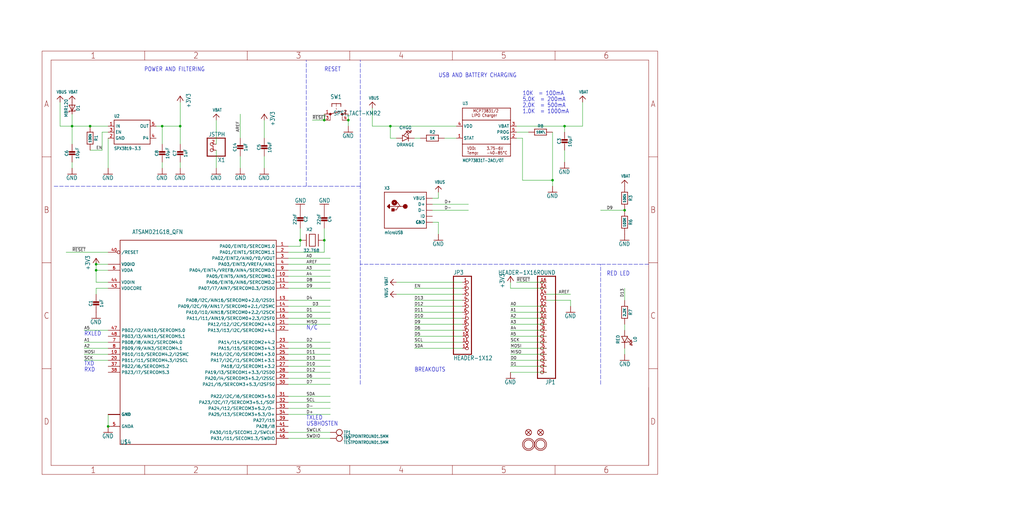
<source format=kicad_sch>
(kicad_sch (version 20211123) (generator eeschema)
  (paper "User" 433.07 220.421)
  (lib_symbols
    (symbol "Adafruit Feather M0 Basic rev C-eagle-import:+3V3" (power)
      (property "Value" "+3V3" (at -2.54 -5.08 90))
      (symbol "+3V3_1_0"
        (pin power_in line (at 0 -2.54 90) (length 2.54) (name "+3V3") (number "1"))
      )
    )
    (symbol "Adafruit Feather M0 Basic rev C-eagle-import:ATSAMD21J_QFN"
      (property "Value" "ATSAMD21J_QFN" (at -15.24 40.64 0))
      (symbol "ATSAMD21J_QFN_1_0"
        (pin bidirectional line (at 50.8 35.56 180) (length 5.08) (name "PA00/EINT0/SERCOM1.0") (number "1"))
        (pin bidirectional line (at 50.8 22.86 180) (length 5.08) (name "PA05/EINT5/AIN5/SERCOM0.1") (number "10"))
        (pin bidirectional line (at 50.8 20.32 180) (length 5.08) (name "PA06/EINT6/AIN6/SERCOM0.2") (number "11"))
        (pin bidirectional line (at 50.8 17.78 180) (length 5.08) (name "PA07/I7/AIN7/SERCOM0.3/I2SD0") (number "12"))
        (pin bidirectional line (at 50.8 12.7 180) (length 5.08) (name "PA08/I2C/AIN16/SERCOM0+2.0/I2SD1") (number "13"))
        (pin bidirectional line (at 50.8 10.16 180) (length 5.08) (name "PA09/I2C/I9/AIN17/SERCOM0+2.1/I2SMC") (number "14"))
        (pin bidirectional line (at 50.8 7.62 180) (length 5.08) (name "PA10/I10/AIN18/SERCOM0+2.2/I2SCK") (number "15"))
        (pin bidirectional line (at 50.8 5.08 180) (length 5.08) (name "PA11/I11/AIN19/SERCOM0+2.3/I2SF0") (number "16"))
        (pin power_in line (at -25.4 27.94 0) (length 5.08) (name "VDDIO") (number "17"))
        (pin power_in line (at -25.4 -35.56 0) (length 5.08) (name "GND") (number "18"))
        (pin bidirectional line (at -25.4 -10.16 0) (length 5.08) (name "PB10/I10/SERCOM4.2/I2SMC") (number "19"))
        (pin bidirectional line (at 50.8 33.02 180) (length 5.08) (name "PA01/EINT1/SERCOM1.1") (number "2"))
        (pin bidirectional line (at -25.4 -12.7 0) (length 5.08) (name "PB11/I11/SERCOM4.3/I2SCL") (number "20"))
        (pin bidirectional line (at 50.8 2.54 180) (length 5.08) (name "PA12/I12/I2C/SERCOM2+4.0") (number "21"))
        (pin bidirectional line (at 50.8 0 180) (length 5.08) (name "PA13/I13/I2C/SERCOM2+4.1") (number "22"))
        (pin bidirectional line (at 50.8 -5.08 180) (length 5.08) (name "PA14/I14/SERCOM2+4.2") (number "23"))
        (pin bidirectional line (at 50.8 -7.62 180) (length 5.08) (name "PA15/I15/SERCOM3+4.3") (number "24"))
        (pin bidirectional line (at 50.8 -10.16 180) (length 5.08) (name "PA16/I2C/I0/SERCOM1+3.0") (number "25"))
        (pin bidirectional line (at 50.8 -12.7 180) (length 5.08) (name "PA17/I2C/I1/SERCOM1+3.1") (number "26"))
        (pin bidirectional line (at 50.8 -15.24 180) (length 5.08) (name "PA18/I2/SERCOM1+3.2") (number "27"))
        (pin bidirectional line (at 50.8 -17.78 180) (length 5.08) (name "PA19/I3/SERCOM1+3.3/I2SD0") (number "28"))
        (pin bidirectional line (at 50.8 -20.32 180) (length 5.08) (name "PA20/I4/SERCOM3+5.2/I2SSC") (number "29"))
        (pin bidirectional line (at 50.8 30.48 180) (length 5.08) (name "PA02/EINT2/AIN0/Y0/VOUT") (number "3"))
        (pin bidirectional line (at 50.8 -22.86 180) (length 5.08) (name "PA21/I5/SERCOM3+5.3/I2SFS0") (number "30"))
        (pin bidirectional line (at 50.8 -27.94 180) (length 5.08) (name "PA22/I2C/I6/SERCOM3+5.0") (number "31"))
        (pin bidirectional line (at 50.8 -30.48 180) (length 5.08) (name "PA23/I2C/I7/SERCOM3+5.1/SOF") (number "32"))
        (pin bidirectional line (at 50.8 -33.02 180) (length 5.08) (name "PA24/I12/SERCOM3+5.2/D-") (number "33"))
        (pin bidirectional line (at 50.8 -35.56 180) (length 5.08) (name "PA25/I13/SERCOM3+5.3/D+") (number "34"))
        (pin power_in line (at -25.4 -35.56 0) (length 5.08) (name "GND") (number "35"))
        (pin power_in line (at -25.4 27.94 0) (length 5.08) (name "VDDIO") (number "36"))
        (pin bidirectional line (at -25.4 -15.24 0) (length 5.08) (name "PB22/I6/SERCOM5.2") (number "37"))
        (pin bidirectional line (at -25.4 -17.78 0) (length 5.08) (name "PB23/I7/SERCOM5.3") (number "38"))
        (pin bidirectional line (at 50.8 -38.1 180) (length 5.08) (name "PA27/I15") (number "39"))
        (pin bidirectional line (at 50.8 27.94 180) (length 5.08) (name "PA03/EINT3/VREFA/AIN1") (number "4"))
        (pin bidirectional inverted (at -25.4 33.02 0) (length 5.08) (name "/RESET") (number "40"))
        (pin bidirectional line (at 50.8 -40.64 180) (length 5.08) (name "PA28/I8") (number "41"))
        (pin power_in line (at -25.4 -35.56 0) (length 5.08) (name "GND") (number "42"))
        (pin power_in line (at -25.4 17.78 0) (length 5.08) (name "VDDCORE") (number "43"))
        (pin power_in line (at -25.4 20.32 0) (length 5.08) (name "VDDIN") (number "44"))
        (pin bidirectional line (at 50.8 -43.18 180) (length 5.08) (name "PA30/I10/SECOM1.2/SWCLK") (number "45"))
        (pin bidirectional line (at 50.8 -45.72 180) (length 5.08) (name "PA31/I11/SECOM1.3/SWDIO") (number "46"))
        (pin bidirectional line (at -25.4 0 0) (length 5.08) (name "PB02/I2/AIN10/SERCOM5.0") (number "47"))
        (pin bidirectional line (at -25.4 -2.54 0) (length 5.08) (name "PB03/I3/AIN11/SERCOM5.1") (number "48"))
        (pin power_in line (at -25.4 -40.64 0) (length 5.08) (name "GNDA") (number "5"))
        (pin power_in line (at -25.4 25.4 0) (length 5.08) (name "VDDA") (number "6"))
        (pin bidirectional line (at -25.4 -5.08 0) (length 5.08) (name "PB08/I8/AIN2/SERCOM4.0") (number "7"))
        (pin bidirectional line (at -25.4 -7.62 0) (length 5.08) (name "PB09/I9/AIN3/SERCOM4.1") (number "8"))
        (pin bidirectional line (at 50.8 25.4 180) (length 5.08) (name "PA04/EINT4/VREFB/AIN4/SERCOM0.0") (number "9"))
        (pin power_in line (at -25.4 -35.56 0) (length 5.08) (name "GND") (number "THERMAL"))
      )
    )
    (symbol "Adafruit Feather M0 Basic rev C-eagle-import:CAP_CERAMIC0603_NO"
      (property "Reference" "C" (at -2.29 1.25 90))
      (property "Value" "CAP_CERAMIC0603_NO" (at 2.3 1.25 90))
      (symbol "CAP_CERAMIC0603_NO_1_0"
        (pin passive line (at 0 5.08 270) (length 2.54) (name "1") (number "1"))
        (pin passive line (at 0 -2.54 90) (length 2.54) (name "2") (number "2"))
      )
    )
    (symbol "Adafruit Feather M0 Basic rev C-eagle-import:CAP_CERAMIC0805-NOOUTLINE"
      (property "Reference" "C" (at -2.29 1.25 90))
      (property "Value" "CAP_CERAMIC0805-NOOUTLINE" (at 2.3 1.25 90))
      (symbol "CAP_CERAMIC0805-NOOUTLINE_1_0"
        (pin passive line (at 0 5.08 270) (length 2.54) (name "1") (number "1"))
        (pin passive line (at 0 -2.54 90) (length 2.54) (name "2") (number "2"))
      )
    )
    (symbol "Adafruit Feather M0 Basic rev C-eagle-import:CON_JST_PH_2PIN"
      (property "Reference" "X" (at -6.35 5.715 0))
      (property "Value" "CON_JST_PH_2PIN" (at -6.35 -5.08 0))
      (symbol "CON_JST_PH_2PIN_1_0"
        (pin passive inverted (at -2.54 2.54 0) (length 2.54) (name "1") (number "1"))
        (pin passive inverted (at -2.54 0 0) (length 2.54) (name "2") (number "2"))
      )
    )
    (symbol "Adafruit Feather M0 Basic rev C-eagle-import:DIODE-SCHOTTKYSOD-123"
      (property "Reference" "D" (at 0 2.54 0))
      (property "Value" "DIODE-SCHOTTKYSOD-123" (at 0 -2.5 0))
      (symbol "DIODE-SCHOTTKYSOD-123_1_0"
        (pin passive line (at -2.54 0 0) (length 2.54) (name "A") (number "A"))
        (pin passive line (at 2.54 0 180) (length 2.54) (name "C") (number "C"))
      )
    )
    (symbol "Adafruit Feather M0 Basic rev C-eagle-import:FIDUCIAL{dblquote}{dblquote}")
    (symbol "Adafruit Feather M0 Basic rev C-eagle-import:FRAME_A4"
      (symbol "FRAME_A4_0_0"
        (text "1" (at 21.6958 1.905 0) (effects (font (size 2.54 2.286))))
        (text "1" (at 21.6958 177.165 0) (effects (font (size 2.54 2.286))))
        (text "2" (at 65.0875 1.905 0) (effects (font (size 2.54 2.286))))
        (text "2" (at 65.0875 177.165 0) (effects (font (size 2.54 2.286))))
        (text "3" (at 108.4792 1.905 0) (effects (font (size 2.54 2.286))))
        (text "3" (at 108.4792 177.165 0) (effects (font (size 2.54 2.286))))
        (text "4" (at 151.8708 1.905 0) (effects (font (size 2.54 2.286))))
        (text "4" (at 151.8708 177.165 0) (effects (font (size 2.54 2.286))))
        (text "5" (at 195.2625 1.905 0) (effects (font (size 2.54 2.286))))
        (text "5" (at 195.2625 177.165 0) (effects (font (size 2.54 2.286))))
        (text "6" (at 238.6542 1.905 0) (effects (font (size 2.54 2.286))))
        (text "6" (at 238.6542 177.165 0) (effects (font (size 2.54 2.286))))
        (text "A" (at 1.905 156.6863 0) (effects (font (size 2.54 2.286))))
        (text "A" (at 258.445 156.6863 0) (effects (font (size 2.54 2.286))))
        (text "B" (at 1.905 111.9188 0) (effects (font (size 2.54 2.286))))
        (text "B" (at 258.445 111.9188 0) (effects (font (size 2.54 2.286))))
        (text "C" (at 1.905 67.1513 0) (effects (font (size 2.54 2.286))))
        (text "C" (at 258.445 67.1513 0) (effects (font (size 2.54 2.286))))
        (text "D" (at 1.905 22.3838 0) (effects (font (size 2.54 2.286))))
        (text "D" (at 258.445 22.3838 0) (effects (font (size 2.54 2.286))))
      )
      (symbol "FRAME_A4_2_0"
        (text "2015" (at 112.4077 30.4673 0) (effects (font (size 1.778 1.5113)) (justify left bottom)))
        (text ">CHECKED" (at 2.2352 11.7348 0) (effects (font (size 1.778 1.5113)) (justify left bottom)))
        (text ">COMPANY" (at 23.349 29.6735 0) (effects (font (size 3.175 2.6987) (thickness 0.5397) bold) (justify left bottom)))
        (text ">DATE" (at 2.2352 2.8448 0) (effects (font (size 1.778 1.5113)) (justify left bottom)))
        (text ">DRAWING_NAME" (at 33.0327 2.8448 0) (effects (font (size 2.54 2.159)) (justify left bottom)))
        (text ">DRAWN" (at 2.2352 20.6248 0) (effects (font (size 1.778 1.5113)) (justify left bottom)))
        (text ">DRGNO" (at 91.1352 9.1948 0) (effects (font (size 2.1844 1.8567)) (justify left bottom)))
        (text ">LAST_DATE_TIME" (at 32.7152 9.1948 0) (effects (font (size 2.54 2.159)) (justify left bottom)))
        (text ">REV" (at 113.9952 18.7198 0) (effects (font (size 3.81 3.2385)) (justify left bottom)))
        (text ">SHEET" (at 108.9152 2.8448 0) (effects (font (size 2.54 2.54)) (justify left bottom)))
        (text "C" (at 108.7564 30.7848 0) (effects (font (size 1.27 1.0795)) (justify left bottom)))
        (text "CHECKED" (at 0.9652 16.1798 0) (effects (font (size 1.778 1.5113)) (justify left bottom)))
        (text "DATE" (at 0.9652 7.2898 0) (effects (font (size 1.778 1.5113)) (justify left bottom)))
        (text "DATE" (at 21.2852 13.0048 0) (effects (font (size 2.54 2.54)) (justify left bottom)))
        (text "DRAWN" (at 0.9652 25.0698 0) (effects (font (size 1.778 1.5113)) (justify left bottom)))
        (text "DRG" (at 89.8652 13.0048 0) (effects (font (size 2.54 2.54)) (justify left bottom)))
        (text "FILE:" (at 21.2852 2.8448 0) (effects (font (size 2.54 2.54)) (justify left bottom)))
        (text "ISSUE" (at 5.0927 30.4673 0) (effects (font (size 1.9304 1.6408)) (justify left bottom)))
        (text "N" (at 98.4377 13.0048 0) (effects (font (size 2.54 2.54)) (justify left bottom)))
        (text "o" (at 100.9777 13.9573 0) (effects (font (size 2.1844 1.8567)) (justify left bottom)))
        (text "PAGE:" (at 96.8502 2.8448 0) (effects (font (size 2.54 2.54)) (justify left bottom)))
        (text "REV" (at 112.4077 24.4348 0) (effects (font (size 2.54 2.54)) (justify left bottom)))
        (text "TITLE" (at 21.2852 24.4348 0) (effects (font (size 2.54 2.54)) (justify left bottom)))
      )
    )
    (symbol "Adafruit Feather M0 Basic rev C-eagle-import:GND" (power)
      (property "Value" "GND" (at -2.54 -2.54 0))
      (symbol "GND_1_0"
        (pin power_in line (at 0 2.54 270) (length 2.54) (name "GND") (number "1"))
      )
    )
    (symbol "Adafruit Feather M0 Basic rev C-eagle-import:HEADER-1X12"
      (property "Reference" "JP" (at -6.35 18.415 0))
      (property "Value" "HEADER-1X12" (at -6.35 -17.78 0))
      (symbol "HEADER-1X12_1_0"
        (pin passive inverted (at -2.54 15.24 0) (length 2.54) (name "1") (number "1"))
        (pin passive inverted (at -2.54 -7.62 0) (length 2.54) (name "10") (number "10"))
        (pin passive inverted (at -2.54 -10.16 0) (length 2.54) (name "11") (number "11"))
        (pin passive inverted (at -2.54 -12.7 0) (length 2.54) (name "12") (number "12"))
        (pin passive inverted (at -2.54 12.7 0) (length 2.54) (name "2") (number "2"))
        (pin passive inverted (at -2.54 10.16 0) (length 2.54) (name "3") (number "3"))
        (pin passive inverted (at -2.54 7.62 0) (length 2.54) (name "4") (number "4"))
        (pin passive inverted (at -2.54 5.08 0) (length 2.54) (name "5") (number "5"))
        (pin passive inverted (at -2.54 2.54 0) (length 2.54) (name "6") (number "6"))
        (pin passive inverted (at -2.54 0 0) (length 2.54) (name "7") (number "7"))
        (pin passive inverted (at -2.54 -2.54 0) (length 2.54) (name "8") (number "8"))
        (pin passive inverted (at -2.54 -5.08 0) (length 2.54) (name "9") (number "9"))
      )
    )
    (symbol "Adafruit Feather M0 Basic rev C-eagle-import:HEADER-1X16ROUND"
      (property "Reference" "JP" (at -6.35 20.955 0))
      (property "Value" "HEADER-1X16ROUND" (at -6.35 -25.4 0))
      (symbol "HEADER-1X16ROUND_1_0"
        (pin passive inverted (at -2.54 17.78 0) (length 2.54) (name "1") (number "1"))
        (pin passive inverted (at -2.54 -5.08 0) (length 2.54) (name "10") (number "10"))
        (pin passive inverted (at -2.54 -7.62 0) (length 2.54) (name "11") (number "11"))
        (pin passive inverted (at -2.54 -10.16 0) (length 2.54) (name "12") (number "12"))
        (pin passive inverted (at -2.54 -12.7 0) (length 2.54) (name "13") (number "13"))
        (pin passive inverted (at -2.54 -15.24 0) (length 2.54) (name "14") (number "14"))
        (pin passive inverted (at -2.54 -17.78 0) (length 2.54) (name "15") (number "15"))
        (pin passive inverted (at -2.54 -20.32 0) (length 2.54) (name "16") (number "16"))
        (pin passive inverted (at -2.54 15.24 0) (length 2.54) (name "2") (number "2"))
        (pin passive inverted (at -2.54 12.7 0) (length 2.54) (name "3") (number "3"))
        (pin passive inverted (at -2.54 10.16 0) (length 2.54) (name "4") (number "4"))
        (pin passive inverted (at -2.54 7.62 0) (length 2.54) (name "5") (number "5"))
        (pin passive inverted (at -2.54 5.08 0) (length 2.54) (name "6") (number "6"))
        (pin passive inverted (at -2.54 2.54 0) (length 2.54) (name "7") (number "7"))
        (pin passive inverted (at -2.54 0 0) (length 2.54) (name "8") (number "8"))
        (pin passive inverted (at -2.54 -2.54 0) (length 2.54) (name "9") (number "9"))
      )
    )
    (symbol "Adafruit Feather M0 Basic rev C-eagle-import:LED0805_NOOUTLINE"
      (property "Reference" "D" (at -1.27 4.445 0))
      (property "Value" "LED0805_NOOUTLINE" (at -1.27 -2.794 0))
      (symbol "LED0805_NOOUTLINE_1_0"
        (pin passive line (at -5.08 0 0) (length 2.54) (name "A") (number "A"))
        (pin passive line (at 2.54 0 180) (length 2.54) (name "C") (number "C"))
      )
    )
    (symbol "Adafruit Feather M0 Basic rev C-eagle-import:MCP73831{slash}2"
      (property "Reference" "U" (at -10.16 11.43 0))
      (property "Value" "MCP73831{slash}2" (at -10.16 -12.7 0))
      (symbol "MCP73831{slash}2_1_0"
        (text "-40-85°C" (at 0 -9.525 0) (effects (font (size 1.27 1.0795)) (justify left bottom)))
        (text "3.75-6V" (at 0 -7.62 0) (effects (font (size 1.27 1.0795)) (justify left bottom)))
        (text "LIPO Charger" (at -6.35 6.35 0) (effects (font (size 1.27 1.0795)) (justify left bottom)))
        (text "MCP73831/2" (at -5.715 8.255 0) (effects (font (size 1.27 1.0795)) (justify left bottom)))
        (text "Temp:" (at -8.255 -9.525 0) (effects (font (size 1.27 1.0795)) (justify left bottom)))
        (text "VDD:" (at -8.255 -7.62 0) (effects (font (size 1.27 1.0795)) (justify left bottom)))
        (pin output line (at -12.7 -2.54 0) (length 2.54) (name "STAT") (number "1"))
        (pin power_in line (at 12.7 -2.54 180) (length 2.54) (name "VSS") (number "2"))
        (pin power_in line (at 12.7 2.54 180) (length 2.54) (name "VBAT") (number "3"))
        (pin power_in line (at -12.7 2.54 0) (length 2.54) (name "VDD") (number "4"))
        (pin input line (at 12.7 0 180) (length 2.54) (name "PROG") (number "5"))
      )
    )
    (symbol "Adafruit Feather M0 Basic rev C-eagle-import:MOUNTINGHOLE2.5")
    (symbol "Adafruit Feather M0 Basic rev C-eagle-import:RESISTOR_0603_NOOUT"
      (property "Reference" "R" (at 0 2.54 0))
      (property "Value" "RESISTOR_0603_NOOUT" (at 0 0 0))
      (symbol "RESISTOR_0603_NOOUT_1_0"
        (pin passive line (at -5.08 0 0) (length 2.54) (name "1") (number "1"))
        (pin passive line (at 5.08 0 180) (length 2.54) (name "2") (number "2"))
      )
    )
    (symbol "Adafruit Feather M0 Basic rev C-eagle-import:SPST_TACT-KMR2"
      (property "Reference" "SW" (at -6.35 -2.54 90))
      (property "Value" "SPST_TACT-KMR2" (at -3.81 3.175 90))
      (symbol "SPST_TACT-KMR2_1_0"
        (pin passive line (at 0 -5.08 90) (length 2.54) (name "P") (number "1"))
        (pin passive line (at 0 5.08 270) (length 2.54) (name "S") (number "2"))
        (pin passive line (at 2.54 -5.08 90) (length 2.54) (name "P1") (number "3"))
        (pin passive line (at 2.54 5.08 270) (length 2.54) (name "S1") (number "4"))
      )
    )
    (symbol "Adafruit Feather M0 Basic rev C-eagle-import:TESTPOINTROUND1.5MM"
      (property "Reference" "TP" (at 0 5.588 90))
      (property "Value" "TESTPOINTROUND1.5MM" (at 1.651 5.588 90))
      (symbol "TESTPOINTROUND1.5MM_1_0"
        (pin bidirectional line (at 0 0 90) (length 2.54) (name "P$1") (number "P$1"))
      )
    )
    (symbol "Adafruit Feather M0 Basic rev C-eagle-import:USB_MICRO_20329_V2"
      (property "Reference" "X" (at -10.16 8.636 0))
      (property "Value" "USB_MICRO_20329_V2" (at -10.16 -10.16 0))
      (symbol "USB_MICRO_20329_V2_1_0"
        (pin power_in line (at 10.16 -5.08 180) (length 2.54) (name "GND") (number "BASE@1"))
        (pin power_in line (at 10.16 -5.08 180) (length 2.54) (name "GND") (number "BASE@2"))
        (pin bidirectional line (at 10.16 2.54 180) (length 2.54) (name "D+") (number "D+"))
        (pin bidirectional line (at 10.16 0 180) (length 2.54) (name "D-") (number "D-"))
        (pin power_in line (at 10.16 -5.08 180) (length 2.54) (name "GND") (number "GND"))
        (pin bidirectional line (at 10.16 -2.54 180) (length 2.54) (name "ID") (number "ID"))
        (pin power_in line (at 10.16 -5.08 180) (length 2.54) (name "GND") (number "SPRT@1"))
        (pin power_in line (at 10.16 -5.08 180) (length 2.54) (name "GND") (number "SPRT@2"))
        (pin power_in line (at 10.16 -5.08 180) (length 2.54) (name "GND") (number "SPRT@3"))
        (pin power_in line (at 10.16 -5.08 180) (length 2.54) (name "GND") (number "SPRT@4"))
        (pin power_in line (at 10.16 5.08 180) (length 2.54) (name "VBUS") (number "VBUS"))
      )
    )
    (symbol "Adafruit Feather M0 Basic rev C-eagle-import:VBAT" (power)
      (property "Value" "VBAT" (at -1.524 1.016 0))
      (symbol "VBAT_1_0"
        (pin power_in line (at 0 -2.54 90) (length 2.54) (name "VBAT") (number "1"))
      )
    )
    (symbol "Adafruit Feather M0 Basic rev C-eagle-import:VBUS" (power)
      (property "Value" "VBUS" (at -1.524 1.016 0))
      (symbol "VBUS_1_0"
        (pin power_in line (at 0 -2.54 90) (length 2.54) (name "VBUS") (number "1"))
      )
    )
    (symbol "Adafruit Feather M0 Basic rev C-eagle-import:VREG_SOT23-5"
      (property "Reference" "U" (at -7.62 6.096 0))
      (property "Value" "VREG_SOT23-5" (at -7.62 -7.62 0))
      (symbol "VREG_SOT23-5_1_0"
        (pin power_in line (at -10.16 2.54 0) (length 2.54) (name "IN") (number "1"))
        (pin power_in line (at -10.16 -2.54 0) (length 2.54) (name "GND") (number "2"))
        (pin input line (at -10.16 0 0) (length 2.54) (name "EN") (number "3"))
        (pin bidirectional line (at 10.16 -2.54 180) (length 2.54) (name "P4") (number "4"))
        (pin power_in line (at 10.16 2.54 180) (length 2.54) (name "OUT") (number "5"))
      )
    )
    (symbol "Adafruit Feather M0 Basic rev C-eagle-import:XTAL-3.2X1.5"
      (property "Reference" "X" (at -2.54 3.81 0))
      (property "Value" "XTAL-3.2X1.5" (at -3.81 -5.08 0))
      (symbol "XTAL-3.2X1.5_1_0"
        (pin bidirectional line (at -5.08 0 0) (length 2.54) (name "P$1") (number "P$1"))
        (pin bidirectional line (at 5.08 0 180) (length 2.54) (name "P$2") (number "P$2"))
      )
    )
  )
  (junction (at 264.16 88.9))
  (junction (at 40.64 111.76))
  (junction (at 238.76 53.34))
  (junction (at 40.64 114.3))
  (junction (at 30.48 53.34))
  (junction (at 76.2 53.34))
  (junction (at 137.16 50.8))
  (junction (at 38.1 53.34))
  (junction (at 147.32 50.8))
  (junction (at 68.58 53.34))
  (junction (at 127 101.6))
  (junction (at 165.1 53.34))
  (junction (at 233.68 76.2))
  (junction (at 137.16 101.6))
  (junction (at 45.72 180.34))
  (wire (pts (xy 264.16 147.32) (xy 264.16 149.86)))
  (wire (pts (xy 195.58 132.08) (xy 175.26 132.08)))
  (wire (pts (xy 127 96.52) (xy 127 101.6)))
  (wire (pts (xy 121.92 111.76) (xy 139.7 111.76)))
  (wire (pts (xy 121.92 182.88) (xy 139.7 182.88)))
  (wire (pts (xy 45.72 144.78) (xy 35.56 144.78)))
  (wire (pts (xy 264.16 127) (xy 264.16 121.92)))
  (wire (pts (xy 175.26 129.54) (xy 195.58 129.54)))
  (wire (pts (xy 238.76 55.88) (xy 238.76 53.34)))
  (wire (pts (xy 231.14 147.32) (xy 215.9 147.32)))
  (wire (pts (xy 35.56 147.32) (xy 45.72 147.32)))
  (wire (pts (xy 147.32 48.26) (xy 147.32 50.8)))
  (wire (pts (xy 121.92 162.56) (xy 139.7 162.56)))
  (wire (pts (xy 127 104.14) (xy 127 101.6)))
  (wire (pts (xy 220.98 76.2) (xy 233.68 76.2)))
  (wire (pts (xy 218.44 58.42) (xy 220.98 58.42)))
  (wire (pts (xy 45.72 119.38) (xy 40.64 119.38)))
  (wire (pts (xy 121.92 152.4) (xy 139.7 152.4)))
  (wire (pts (xy 121.92 167.64) (xy 139.7 167.64)))
  (wire (pts (xy 45.72 58.42) (xy 45.72 71.12)))
  (wire (pts (xy 68.58 53.34) (xy 76.2 53.34)))
  (wire (pts (xy 45.72 175.26) (xy 45.72 180.34)))
  (wire (pts (xy 231.14 124.46) (xy 241.3 124.46)))
  (wire (pts (xy 157.48 53.34) (xy 165.1 53.34)))
  (wire (pts (xy 175.26 147.32) (xy 195.58 147.32)))
  (wire (pts (xy 233.68 55.88) (xy 233.68 76.2)))
  (wire (pts (xy 215.9 119.38) (xy 215.9 121.92)))
  (wire (pts (xy 30.48 48.26) (xy 30.48 53.34)))
  (wire (pts (xy 165.1 58.42) (xy 165.1 53.34)))
  (wire (pts (xy 167.64 58.42) (xy 165.1 58.42)))
  (wire (pts (xy 121.92 157.48) (xy 139.7 157.48)))
  (wire (pts (xy 175.26 134.62) (xy 195.58 134.62)))
  (wire (pts (xy 238.76 63.5) (xy 238.76 68.58)))
  (wire (pts (xy 182.88 83.82) (xy 185.42 83.82)))
  (wire (pts (xy 215.9 157.48) (xy 231.14 157.48)))
  (wire (pts (xy 40.64 119.38) (xy 40.64 114.3)))
  (polyline (pts (xy 254 162.56) (xy 254 111.76)))
  (wire (pts (xy 231.14 127) (xy 241.3 127)))
  (polyline (pts (xy 152.4 111.76) (xy 152.4 78.74)))
  (wire (pts (xy 264.16 88.9) (xy 254 88.9)))
  (polyline (pts (xy 152.4 78.74) (xy 129.54 78.74)))
  (wire (pts (xy 121.92 149.86) (xy 139.7 149.86)))
  (wire (pts (xy 264.16 137.16) (xy 264.16 139.7)))
  (wire (pts (xy 139.7 154.94) (xy 121.92 154.94)))
  (wire (pts (xy 246.38 43.18) (xy 246.38 53.34)))
  (wire (pts (xy 215.9 121.92) (xy 231.14 121.92)))
  (wire (pts (xy 195.58 142.24) (xy 175.26 142.24)))
  (wire (pts (xy 175.26 121.92) (xy 195.58 121.92)))
  (wire (pts (xy 139.7 127) (xy 121.92 127)))
  (wire (pts (xy 231.14 134.62) (xy 215.9 134.62)))
  (wire (pts (xy 40.64 114.3) (xy 40.64 111.76)))
  (wire (pts (xy 215.9 142.24) (xy 231.14 142.24)))
  (wire (pts (xy 139.7 147.32) (xy 121.92 147.32)))
  (wire (pts (xy 195.58 124.46) (xy 167.64 124.46)))
  (wire (pts (xy 132.08 50.8) (xy 137.16 50.8)))
  (wire (pts (xy 68.58 60.96) (xy 68.58 53.34)))
  (wire (pts (xy 121.92 172.72) (xy 139.7 172.72)))
  (wire (pts (xy 233.68 76.2) (xy 233.68 78.74)))
  (wire (pts (xy 121.92 106.68) (xy 137.16 106.68)))
  (wire (pts (xy 231.14 152.4) (xy 215.9 152.4)))
  (wire (pts (xy 185.42 83.82) (xy 185.42 81.28)))
  (wire (pts (xy 121.92 121.92) (xy 139.7 121.92)))
  (wire (pts (xy 198.12 88.9) (xy 182.88 88.9)))
  (wire (pts (xy 101.6 58.42) (xy 101.6 48.26)))
  (wire (pts (xy 101.6 66.04) (xy 101.6 71.12)))
  (wire (pts (xy 121.92 144.78) (xy 139.7 144.78)))
  (wire (pts (xy 137.16 106.68) (xy 137.16 101.6)))
  (wire (pts (xy 139.7 185.42) (xy 121.92 185.42)))
  (wire (pts (xy 91.44 71.12) (xy 91.44 63.5)))
  (wire (pts (xy 182.88 86.36) (xy 198.12 86.36)))
  (wire (pts (xy 25.4 43.18) (xy 25.4 53.34)))
  (wire (pts (xy 121.92 160.02) (xy 139.7 160.02)))
  (wire (pts (xy 215.9 132.08) (xy 231.14 132.08)))
  (wire (pts (xy 66.04 53.34) (xy 68.58 53.34)))
  (polyline (pts (xy 152.4 78.74) (xy 152.4 25.4)))
  (wire (pts (xy 91.44 50.8) (xy 91.44 60.96)))
  (wire (pts (xy 195.58 144.78) (xy 175.26 144.78)))
  (wire (pts (xy 76.2 68.58) (xy 76.2 71.12)))
  (wire (pts (xy 139.7 116.84) (xy 121.92 116.84)))
  (wire (pts (xy 45.72 121.92) (xy 40.64 121.92)))
  (wire (pts (xy 185.42 93.98) (xy 185.42 99.06)))
  (polyline (pts (xy 254 111.76) (xy 152.4 111.76)))
  (wire (pts (xy 38.1 63.5) (xy 43.18 63.5)))
  (wire (pts (xy 45.72 114.3) (xy 40.64 114.3)))
  (wire (pts (xy 215.9 137.16) (xy 231.14 137.16)))
  (wire (pts (xy 238.76 53.34) (xy 246.38 53.34)))
  (wire (pts (xy 121.92 104.14) (xy 127 104.14)))
  (wire (pts (xy 121.92 129.54) (xy 139.7 129.54)))
  (wire (pts (xy 218.44 55.88) (xy 223.52 55.88)))
  (polyline (pts (xy 22.86 78.74) (xy 129.54 78.74)))
  (wire (pts (xy 38.1 53.34) (xy 30.48 53.34)))
  (wire (pts (xy 231.14 119.38) (xy 218.44 119.38)))
  (wire (pts (xy 121.92 132.08) (xy 139.7 132.08)))
  (wire (pts (xy 25.4 53.34) (xy 30.48 53.34)))
  (polyline (pts (xy 274.32 111.76) (xy 254 111.76)))
  (wire (pts (xy 238.76 53.34) (xy 218.44 53.34)))
  (wire (pts (xy 121.92 114.3) (xy 139.7 114.3)))
  (wire (pts (xy 137.16 101.6) (xy 137.16 96.52)))
  (wire (pts (xy 121.92 119.38) (xy 139.7 119.38)))
  (wire (pts (xy 157.48 45.72) (xy 157.48 53.34)))
  (wire (pts (xy 111.76 71.12) (xy 111.76 66.04)))
  (wire (pts (xy 68.58 68.58) (xy 68.58 71.12)))
  (wire (pts (xy 187.96 58.42) (xy 193.04 58.42)))
  (wire (pts (xy 215.9 154.94) (xy 231.14 154.94)))
  (wire (pts (xy 182.88 93.98) (xy 185.42 93.98)))
  (wire (pts (xy 76.2 53.34) (xy 76.2 60.96)))
  (wire (pts (xy 111.76 58.42) (xy 111.76 50.8)))
  (wire (pts (xy 231.14 139.7) (xy 215.9 139.7)))
  (wire (pts (xy 121.92 137.16) (xy 139.7 137.16)))
  (wire (pts (xy 220.98 58.42) (xy 220.98 76.2)))
  (wire (pts (xy 137.16 50.8) (xy 137.16 48.26)))
  (wire (pts (xy 121.92 109.22) (xy 139.7 109.22)))
  (wire (pts (xy 231.14 144.78) (xy 215.9 144.78)))
  (wire (pts (xy 35.56 152.4) (xy 45.72 152.4)))
  (wire (pts (xy 167.64 119.38) (xy 195.58 119.38)))
  (wire (pts (xy 45.72 139.7) (xy 35.56 139.7)))
  (wire (pts (xy 241.3 127) (xy 241.3 129.54)))
  (wire (pts (xy 195.58 137.16) (xy 175.26 137.16)))
  (wire (pts (xy 45.72 149.86) (xy 35.56 149.86)))
  (wire (pts (xy 45.72 106.68) (xy 27.94 106.68)))
  (wire (pts (xy 45.72 53.34) (xy 38.1 53.34)))
  (wire (pts (xy 195.58 127) (xy 175.26 127)))
  (wire (pts (xy 139.7 134.62) (xy 121.92 134.62)))
  (wire (pts (xy 30.48 53.34) (xy 30.48 60.96)))
  (wire (pts (xy 139.7 175.26) (xy 121.92 175.26)))
  (polyline (pts (xy 129.54 78.74) (xy 129.54 25.4)))
  (wire (pts (xy 147.32 53.34) (xy 147.32 50.8)))
  (wire (pts (xy 175.26 58.42) (xy 177.8 58.42)))
  (wire (pts (xy 175.26 139.7) (xy 195.58 139.7)))
  (wire (pts (xy 43.18 63.5) (xy 43.18 55.88)))
  (wire (pts (xy 165.1 53.34) (xy 193.04 53.34)))
  (wire (pts (xy 40.64 121.92) (xy 40.64 124.46)))
  (wire (pts (xy 76.2 53.34) (xy 76.2 43.18)))
  (wire (pts (xy 30.48 68.58) (xy 30.48 71.12)))
  (polyline (pts (xy 152.4 162.56) (xy 152.4 111.76)))
  (wire (pts (xy 121.92 170.18) (xy 139.7 170.18)))
  (wire (pts (xy 43.18 55.88) (xy 45.72 55.88)))
  (wire (pts (xy 231.14 129.54) (xy 215.9 129.54)))
  (wire (pts (xy 215.9 149.86) (xy 231.14 149.86)))
  (wire (pts (xy 45.72 111.76) (xy 40.64 111.76)))
  (text "TXD" (at 35.56 154.94 180) (effects (font (size 1.778 1.5113)) (justify left bottom)))
  (text "RESET" (at 137.16 30.48 180) (effects (font (size 1.778 1.5113)) (justify left bottom)))
  (text "RED LED" (at 256.54 116.84 180) (effects (font (size 1.778 1.5113)) (justify left bottom)))
  (text "2.0K  = 500mA" (at 220.98 45.72 180) (effects (font (size 1.778 1.5113)) (justify left bottom)))
  (text "N/C" (at 129.54 139.7 180) (effects (font (size 1.778 1.5113)) (justify left bottom)))
  (text "RXLED" (at 35.56 142.24 180) (effects (font (size 1.778 1.5113)) (justify left bottom)))
  (text "5.0K  = 200mA" (at 220.98 43.18 180) (effects (font (size 1.778 1.5113)) (justify left bottom)))
  (text "USBHOSTEN" (at 129.54 180.34 180) (effects (font (size 1.778 1.5113)) (justify left bottom)))
  (text "POWER AND FILTERING" (at 60.96 30.48 180) (effects (font (size 1.778 1.5113)) (justify left bottom)))
  (text "10K  = 100mA" (at 220.98 40.64 180) (effects (font (size 1.778 1.5113)) (justify left bottom)))
  (text "USB AND BATTERY CHARGING" (at 185.42 33.02 180) (effects (font (size 1.778 1.5113)) (justify left bottom)))
  (text "RXD" (at 35.56 157.48 180) (effects (font (size 1.778 1.5113)) (justify left bottom)))
  (text "BREAKOUTS" (at 175.26 157.48 180) (effects (font (size 1.778 1.5113)) (justify left bottom)))
  (text "TXLED" (at 129.54 177.8 180) (effects (font (size 1.778 1.5113)) (justify left bottom)))
  (text "1.0K  = 1000mA" (at 220.98 48.26 180) (effects (font (size 1.778 1.5113)) (justify left bottom)))
  (label "MOSI" (at 35.56 149.86 0) (effects (font (size 1.2446 1.2446))))
  (label "D9" (at 129.54 121.92 0) (effects (font (size 1.2446 1.2446))))
  (label "A2" (at 215.9 134.62 0) (effects (font (size 1.2446 1.2446))))
  (label "D6" (at 175.26 139.7 0) (effects (font (size 1.2446 1.2446))))
  (label "AREF" (at 101.6 55.88 90) (effects (font (size 1.2446 1.2446))))
  (label "SDA" (at 175.26 147.32 0) (effects (font (size 1.2446 1.2446))))
  (label "D8" (at 129.54 119.38 0) (effects (font (size 1.2446 1.2446))))
  (label "SWDIO" (at 129.54 185.42 0) (effects (font (size 1.2446 1.2446))))
  (label "SWCLK" (at 129.54 182.88 0) (effects (font (size 1.2446 1.2446))))
  (label "A2" (at 35.56 147.32 0) (effects (font (size 1.2446 1.2446))))
  (label "A1" (at 35.56 144.78 0) (effects (font (size 1.2446 1.2446))))
  (label "MISO" (at 215.9 149.86 0) (effects (font (size 1.2446 1.2446))))
  (label "D11" (at 129.54 149.86 0) (effects (font (size 1.2446 1.2446))))
  (label "AREF" (at 129.54 111.76 0) (effects (font (size 1.2446 1.2446))))
  (label "D13" (at 264.16 121.92 270) (effects (font (size 1.2446 1.2446))))
  (label "D6" (at 129.54 160.02 0) (effects (font (size 1.2446 1.2446))))
  (label "D12" (at 175.26 129.54 0) (effects (font (size 1.2446 1.2446))))
  (label "A5" (at 35.56 139.7 0) (effects (font (size 1.2446 1.2446))))
  (label "EN" (at 40.64 63.5 0) (effects (font (size 1.2446 1.2446))))
  (label "A4" (at 129.54 116.84 0) (effects (font (size 1.2446 1.2446))))
  (label "A3" (at 215.9 137.16 0) (effects (font (size 1.2446 1.2446))))
  (label "D2" (at 129.54 144.78 0) (effects (font (size 1.2446 1.2446))))
  (label "D+" (at 187.96 86.36 0) (effects (font (size 1.2446 1.2446))))
  (label "MISO" (at 129.54 137.16 0) (effects (font (size 1.2446 1.2446))))
  (label "D0" (at 129.54 134.62 0) (effects (font (size 1.2446 1.2446))))
  (label "SCK" (at 215.9 144.78 0) (effects (font (size 1.2446 1.2446))))
  (label "D10" (at 129.54 154.94 0) (effects (font (size 1.2446 1.2446))))
  (label "D7" (at 129.54 162.56 0) (effects (font (size 1.2446 1.2446))))
  (label "A0" (at 129.54 109.22 0) (effects (font (size 1.2446 1.2446))))
  (label "SCL" (at 175.26 144.78 0) (effects (font (size 1.2446 1.2446))))
  (label "D3" (at 132.08 129.54 0) (effects (font (size 1.2446 1.2446))))
  (label "D12" (at 129.54 157.48 0) (effects (font (size 1.2446 1.2446))))
  (label "EN" (at 175.26 121.92 0) (effects (font (size 1.2446 1.2446))))
  (label "D-" (at 129.54 172.72 0) (effects (font (size 1.2446 1.2446))))
  (label "D5" (at 175.26 142.24 0) (effects (font (size 1.2446 1.2446))))
  (label "A1" (at 215.9 132.08 0) (effects (font (size 1.2446 1.2446))))
  (label "AREF" (at 236.22 124.46 0) (effects (font (size 1.2446 1.2446))))
  (label "A3" (at 129.54 114.3 0) (effects (font (size 1.2446 1.2446))))
  (label "SCK" (at 35.56 152.4 0) (effects (font (size 1.2446 1.2446))))
  (label "D-" (at 187.96 88.9 0) (effects (font (size 1.2446 1.2446))))
  (label "SDA" (at 129.54 167.64 0) (effects (font (size 1.2446 1.2446))))
  (label "D9" (at 256.54 88.9 0) (effects (font (size 1.2446 1.2446))))
  (label "D11" (at 175.26 132.08 0) (effects (font (size 1.2446 1.2446))))
  (label "A5" (at 215.9 142.24 0) (effects (font (size 1.2446 1.2446))))
  (label "MOSI" (at 215.9 147.32 0) (effects (font (size 1.2446 1.2446))))
  (label "~{RESET}" (at 218.44 119.38 0) (effects (font (size 1.2446 1.2446))))
  (label "A0" (at 215.9 129.54 0) (effects (font (size 1.2446 1.2446))))
  (label "A4" (at 215.9 139.7 0) (effects (font (size 1.2446 1.2446))))
  (label "D5" (at 129.54 147.32 0) (effects (font (size 1.2446 1.2446))))
  (label "D9" (at 175.26 137.16 0) (effects (font (size 1.2446 1.2446))))
  (label "D0" (at 215.9 152.4 0) (effects (font (size 1.2446 1.2446))))
  (label "D13" (at 129.54 152.4 0) (effects (font (size 1.2446 1.2446))))
  (label "~{RESET}" (at 30.48 106.68 0) (effects (font (size 1.2446 1.2446))))
  (label "D1" (at 215.9 154.94 0) (effects (font (size 1.2446 1.2446))))
  (label "D10" (at 175.26 134.62 0) (effects (font (size 1.2446 1.2446))))
  (label "SCL" (at 129.54 170.18 0) (effects (font (size 1.2446 1.2446))))
  (label "D4" (at 129.54 127 0) (effects (font (size 1.2446 1.2446))))
  (label "D+" (at 129.54 175.26 0) (effects (font (size 1.2446 1.2446))))
  (label "D13" (at 175.26 127 0) (effects (font (size 1.2446 1.2446))))
  (label "D1" (at 129.54 132.08 0) (effects (font (size 1.2446 1.2446))))
  (label "~{RESET}" (at 132.08 50.8 0) (effects (font (size 1.2446 1.2446))))
  (symbol (lib_id "Adafruit Feather M0 Basic rev C-eagle-import:RESISTOR_0603_NOOUT") (at 264.16 83.82 270) (unit 1)
    (property "Reference" "R3" (at 266.7 83.82 0))
    (property "Value" "100k" (at 264.16 83.82 0) (effects (font (size 1.016 1.016) bold)))
    (property "Footprint" "Adafruit Feather M0 Basic rev C:0603-NO" (effects hide))
  )
  (symbol (lib_id "Adafruit Feather M0 Basic rev C-eagle-import:VBAT") (at 264.16 76.2 0) (unit 1)
    (property "Reference" "#U$2" (effects hide))
    (property "Value" "VBAT" (at 262.636 75.184 0) (effects (font (size 1.27 1.0795)) (justify left bottom)))
    (property "Footprint" "Adafruit Feather M0 Basic rev C:" (effects hide))
  )
  (symbol (lib_id "Adafruit Feather M0 Basic rev C-eagle-import:VBUS") (at 25.4 40.64 0) (unit 1)
    (property "Reference" "#U$3" (effects hide))
    (property "Value" "VBUS" (at 23.876 39.624 0) (effects (font (size 1.27 1.0795)) (justify left bottom)))
    (property "Footprint" "Adafruit Feather M0 Basic rev C:" (effects hide))
  )
  (symbol (lib_id "Adafruit Feather M0 Basic rev C-eagle-import:GND") (at 238.76 71.12 0) (unit 1)
    (property "Reference" "#U$33" (effects hide))
    (property "Value" "GND" (at 236.22 73.66 0) (effects (font (size 1.778 1.5113)) (justify left bottom)))
    (property "Footprint" "Adafruit Feather M0 Basic rev C:" (effects hide))
  )
  (symbol (lib_id "Adafruit Feather M0 Basic rev C-eagle-import:GND") (at 264.16 152.4 0) (mirror y) (unit 1)
    (property "Reference" "#GND10" (effects hide))
    (property "Value" "GND" (at 266.7 154.94 0) (effects (font (size 1.778 1.5113)) (justify left bottom)))
    (property "Footprint" "Adafruit Feather M0 Basic rev C:" (effects hide))
  )
  (symbol (lib_id "Adafruit Feather M0 Basic rev C-eagle-import:GND") (at 101.6 73.66 0) (mirror y) (unit 1)
    (property "Reference" "#GND12" (effects hide))
    (property "Value" "GND" (at 104.14 76.2 0) (effects (font (size 1.778 1.5113)) (justify left bottom)))
    (property "Footprint" "Adafruit Feather M0 Basic rev C:" (effects hide))
  )
  (symbol (lib_id "Adafruit Feather M0 Basic rev C-eagle-import:ATSAMD21J_QFN") (at 71.12 139.7 0) (unit 1)
    (property "Reference" "U$4" (at 50.8 187.96 0) (effects (font (size 1.778 1.5113)) (justify left bottom)))
    (property "Value" "ATSAMD21G18_QFN" (at 55.88 99.06 0) (effects (font (size 1.778 1.5113)) (justify left bottom)))
    (property "Footprint" "Adafruit Feather M0 Basic rev C:TQFN48_7MM" (effects hide))
  )
  (symbol (lib_id "Adafruit Feather M0 Basic rev C-eagle-import:CAP_CERAMIC0603_NO") (at 40.64 129.54 0) (unit 1)
    (property "Reference" "C1" (at 38.35 128.29 90))
    (property "Value" "1uF" (at 42.94 128.29 90))
    (property "Footprint" "Adafruit Feather M0 Basic rev C:0603-NO" (effects hide))
  )
  (symbol (lib_id "Adafruit Feather M0 Basic rev C-eagle-import:GND") (at 76.2 73.66 0) (unit 1)
    (property "Reference" "#U$28" (effects hide))
    (property "Value" "GND" (at 73.66 76.2 0) (effects (font (size 1.778 1.5113)) (justify left bottom)))
    (property "Footprint" "Adafruit Feather M0 Basic rev C:" (effects hide))
  )
  (symbol (lib_id "Adafruit Feather M0 Basic rev C-eagle-import:+3V3") (at 215.9 116.84 0) (unit 1)
    (property "Reference" "#+3V1" (effects hide))
    (property "Value" "+3V3" (at 213.36 121.92 90) (effects (font (size 1.778 1.5113)) (justify left bottom)))
    (property "Footprint" "Adafruit Feather M0 Basic rev C:" (effects hide))
  )
  (symbol (lib_id "Adafruit Feather M0 Basic rev C-eagle-import:+3V3") (at 40.64 109.22 0) (unit 1)
    (property "Reference" "#+3V3" (effects hide))
    (property "Value" "+3V3" (at 38.1 114.3 90) (effects (font (size 1.778 1.5113)) (justify left bottom)))
    (property "Footprint" "Adafruit Feather M0 Basic rev C:" (effects hide))
  )
  (symbol (lib_id "Adafruit Feather M0 Basic rev C-eagle-import:CAP_CERAMIC0805-NOOUTLINE") (at 68.58 66.04 0) (unit 1)
    (property "Reference" "C8" (at 66.29 64.79 90))
    (property "Value" "10µF" (at 70.88 64.79 90))
    (property "Footprint" "Adafruit Feather M0 Basic rev C:0805-NO" (effects hide))
  )
  (symbol (lib_id "Adafruit Feather M0 Basic rev C-eagle-import:RESISTOR_0603_NOOUT") (at 182.88 58.42 0) (unit 1)
    (property "Reference" "R2" (at 182.88 55.88 0))
    (property "Value" "1K" (at 182.88 58.42 0) (effects (font (size 1.016 1.016) bold)))
    (property "Footprint" "Adafruit Feather M0 Basic rev C:0603-NO" (effects hide))
  )
  (symbol (lib_id "Adafruit Feather M0 Basic rev C-eagle-import:FIDUCIAL{dblquote}{dblquote}") (at 223.52 182.88 0) (unit 1)
    (property "Reference" "U$35" (effects hide))
    (property "Value" "FIDUCIAL{dblquote}{dblquote}" (effects hide))
    (property "Footprint" "Adafruit Feather M0 Basic rev C:FIDUCIAL_1MM" (effects hide))
  )
  (symbol (lib_id "Adafruit Feather M0 Basic rev C-eagle-import:LED0805_NOOUTLINE") (at 264.16 144.78 270) (unit 1)
    (property "Reference" "L0" (at 268.605 143.51 0))
    (property "Value" "RED" (at 261.366 143.51 0))
    (property "Footprint" "Adafruit Feather M0 Basic rev C:CHIPLED_0805_NOOUTLINE" (effects hide))
  )
  (symbol (lib_id "Adafruit Feather M0 Basic rev C-eagle-import:XTAL-3.2X1.5") (at 132.08 101.6 0) (unit 1)
    (property "Reference" "X2" (at 129.54 97.79 0) (effects (justify left bottom)))
    (property "Value" "32.768" (at 128.27 106.68 0) (effects (justify left bottom)))
    (property "Footprint" "Adafruit Feather M0 Basic rev C:XTAL3215" (effects hide))
  )
  (symbol (lib_id "Adafruit Feather M0 Basic rev C-eagle-import:GND") (at 111.76 73.66 0) (unit 1)
    (property "Reference" "#U$11" (effects hide))
    (property "Value" "GND" (at 109.22 76.2 0) (effects (font (size 1.778 1.5113)) (justify left bottom)))
    (property "Footprint" "Adafruit Feather M0 Basic rev C:" (effects hide))
  )
  (symbol (lib_id "Adafruit Feather M0 Basic rev C-eagle-import:FRAME_A4") (at 17.78 200.66 0) (unit 1)
    (property "Reference" "#FRAME1" (effects hide))
    (property "Value" "FRAME_A4" (effects hide))
    (property "Footprint" "Adafruit Feather M0 Basic rev C:" (effects hide))
  )
  (symbol (lib_id "Adafruit Feather M0 Basic rev C-eagle-import:HEADER-1X16ROUND") (at 228.6 139.7 180) (unit 1)
    (property "Reference" "JP1" (at 234.95 160.655 0) (effects (font (size 1.778 1.5113)) (justify left bottom)))
    (property "Value" "HEADER-1X16ROUND" (at 234.95 114.3 0) (effects (font (size 1.778 1.5113)) (justify left bottom)))
    (property "Footprint" "Adafruit Feather M0 Basic rev C:1X16_ROUND" (effects hide))
  )
  (symbol (lib_id "Adafruit Feather M0 Basic rev C-eagle-import:CAP_CERAMIC0603_NO") (at 137.16 91.44 180) (unit 1)
    (property "Reference" "C4" (at 139.45 92.69 90))
    (property "Value" "22pF" (at 134.86 92.69 90))
    (property "Footprint" "Adafruit Feather M0 Basic rev C:0603-NO" (effects hide))
  )
  (symbol (lib_id "Adafruit Feather M0 Basic rev C-eagle-import:GND") (at 45.72 73.66 0) (unit 1)
    (property "Reference" "#U$30" (effects hide))
    (property "Value" "GND" (at 43.18 76.2 0) (effects (font (size 1.778 1.5113)) (justify left bottom)))
    (property "Footprint" "Adafruit Feather M0 Basic rev C:" (effects hide))
  )
  (symbol (lib_id "Adafruit Feather M0 Basic rev C-eagle-import:VBAT") (at 91.44 48.26 0) (unit 1)
    (property "Reference" "#U$16" (effects hide))
    (property "Value" "VBAT" (at 89.916 47.244 0) (effects (font (size 1.27 1.0795)) (justify left bottom)))
    (property "Footprint" "Adafruit Feather M0 Basic rev C:" (effects hide))
  )
  (symbol (lib_id "Adafruit Feather M0 Basic rev C-eagle-import:MCP73831{slash}2") (at 205.74 55.88 0) (unit 1)
    (property "Reference" "U3" (at 195.58 44.45 0) (effects (font (size 1.27 1.0795)) (justify left bottom)))
    (property "Value" "MCP73831T-2ACI/OT" (at 195.58 68.58 0) (effects (font (size 1.27 1.0795)) (justify left bottom)))
    (property "Footprint" "Adafruit Feather M0 Basic rev C:SOT23-5" (effects hide))
  )
  (symbol (lib_id "Adafruit Feather M0 Basic rev C-eagle-import:CAP_CERAMIC0603_NO") (at 127 91.44 180) (unit 1)
    (property "Reference" "C2" (at 129.29 92.69 90))
    (property "Value" "22pF" (at 124.7 92.69 90))
    (property "Footprint" "Adafruit Feather M0 Basic rev C:0603-NO" (effects hide))
  )
  (symbol (lib_id "Adafruit Feather M0 Basic rev C-eagle-import:VREG_SOT23-5") (at 55.88 55.88 0) (unit 1)
    (property "Reference" "U2" (at 48.26 49.784 0) (effects (font (size 1.27 1.0795)) (justify left bottom)))
    (property "Value" "SPX3819-3.3" (at 48.26 63.5 0) (effects (font (size 1.27 1.0795)) (justify left bottom)))
    (property "Footprint" "Adafruit Feather M0 Basic rev C:SOT23-5" (effects hide))
  )
  (symbol (lib_id "Adafruit Feather M0 Basic rev C-eagle-import:GND") (at 127 86.36 180) (unit 1)
    (property "Reference" "#U$8" (effects hide))
    (property "Value" "GND" (at 129.54 83.82 0) (effects (font (size 1.778 1.5113)) (justify left bottom)))
    (property "Footprint" "Adafruit Feather M0 Basic rev C:" (effects hide))
  )
  (symbol (lib_id "Adafruit Feather M0 Basic rev C-eagle-import:CAP_CERAMIC0805-NOOUTLINE") (at 111.76 63.5 0) (unit 1)
    (property "Reference" "C5" (at 109.47 62.25 90))
    (property "Value" "10uF" (at 114.06 62.25 90))
    (property "Footprint" "Adafruit Feather M0 Basic rev C:0805-NO" (effects hide))
  )
  (symbol (lib_id "Adafruit Feather M0 Basic rev C-eagle-import:MOUNTINGHOLE2.5") (at 228.6 187.96 0) (unit 1)
    (property "Reference" "U$32" (effects hide))
    (property "Value" "MOUNTINGHOLE2.5" (effects hide))
    (property "Footprint" "Adafruit Feather M0 Basic rev C:MOUNTINGHOLE_2.5_PLATED" (effects hide))
  )
  (symbol (lib_id "Adafruit Feather M0 Basic rev C-eagle-import:HEADER-1X12") (at 198.12 134.62 0) (unit 1)
    (property "Reference" "JP3" (at 191.77 116.205 0) (effects (font (size 1.778 1.5113)) (justify left bottom)))
    (property "Value" "HEADER-1X12" (at 191.77 152.4 0) (effects (font (size 1.778 1.5113)) (justify left bottom)))
    (property "Footprint" "Adafruit Feather M0 Basic rev C:1X12_ROUND" (effects hide))
  )
  (symbol (lib_id "Adafruit Feather M0 Basic rev C-eagle-import:RESISTOR_0603_NOOUT") (at 264.16 93.98 270) (unit 1)
    (property "Reference" "R6" (at 266.7 93.98 0))
    (property "Value" "100K" (at 264.16 93.98 0) (effects (font (size 1.016 1.016) bold)))
    (property "Footprint" "Adafruit Feather M0 Basic rev C:0603-NO" (effects hide))
  )
  (symbol (lib_id "Adafruit Feather M0 Basic rev C-eagle-import:GND") (at 264.16 101.6 0) (unit 1)
    (property "Reference" "#GND13" (effects hide))
    (property "Value" "GND" (at 261.62 104.14 0) (effects (font (size 1.778 1.5113)) (justify left bottom)))
    (property "Footprint" "Adafruit Feather M0 Basic rev C:" (effects hide))
  )
  (symbol (lib_id "Adafruit Feather M0 Basic rev C-eagle-import:GND") (at 91.44 73.66 0) (unit 1)
    (property "Reference" "#U$22" (effects hide))
    (property "Value" "GND" (at 88.9 76.2 0) (effects (font (size 1.778 1.5113)) (justify left bottom)))
    (property "Footprint" "Adafruit Feather M0 Basic rev C:" (effects hide))
  )
  (symbol (lib_id "Adafruit Feather M0 Basic rev C-eagle-import:VBAT") (at 165.1 119.38 90) (unit 1)
    (property "Reference" "#U$20" (effects hide))
    (property "Value" "VBAT" (at 164.084 120.904 0) (effects (font (size 1.27 1.0795)) (justify left bottom)))
    (property "Footprint" "Adafruit Feather M0 Basic rev C:" (effects hide))
  )
  (symbol (lib_id "Adafruit Feather M0 Basic rev C-eagle-import:GND") (at 147.32 55.88 0) (unit 1)
    (property "Reference" "#GND7" (effects hide))
    (property "Value" "GND" (at 144.78 58.42 0) (effects (font (size 1.778 1.5113)) (justify left bottom)))
    (property "Footprint" "Adafruit Feather M0 Basic rev C:" (effects hide))
  )
  (symbol (lib_id "Adafruit Feather M0 Basic rev C-eagle-import:GND") (at 233.68 81.28 0) (unit 1)
    (property "Reference" "#U$36" (effects hide))
    (property "Value" "GND" (at 231.14 83.82 0) (effects (font (size 1.778 1.5113)) (justify left bottom)))
    (property "Footprint" "Adafruit Feather M0 Basic rev C:" (effects hide))
  )
  (symbol (lib_id "Adafruit Feather M0 Basic rev C-eagle-import:MOUNTINGHOLE2.5") (at 223.52 187.96 0) (unit 1)
    (property "Reference" "U$31" (effects hide))
    (property "Value" "MOUNTINGHOLE2.5" (effects hide))
    (property "Footprint" "Adafruit Feather M0 Basic rev C:MOUNTINGHOLE_2.5_PLATED" (effects hide))
  )
  (symbol (lib_id "Adafruit Feather M0 Basic rev C-eagle-import:RESISTOR_0603_NOOUT") (at 228.6 55.88 0) (unit 1)
    (property "Reference" "R8" (at 228.6 53.34 0))
    (property "Value" "10K\\" (at 228.6 55.88 0) (effects (font (size 1.016 1.016) bold)))
    (property "Footprint" "Adafruit Feather M0 Basic rev C:0603-NO" (effects hide))
  )
  (symbol (lib_id "Adafruit Feather M0 Basic rev C-eagle-import:GND") (at 30.48 73.66 0) (unit 1)
    (property "Reference" "#U$27" (effects hide))
    (property "Value" "GND" (at 27.94 76.2 0) (effects (font (size 1.778 1.5113)) (justify left bottom)))
    (property "Footprint" "Adafruit Feather M0 Basic rev C:" (effects hide))
  )
  (symbol (lib_id "Adafruit Feather M0 Basic rev C-eagle-import:DIODE-SCHOTTKYSOD-123") (at 30.48 45.72 270) (unit 1)
    (property "Reference" "D1" (at 33.02 45.72 0))
    (property "Value" "MBR120" (at 27.98 45.72 0))
    (property "Footprint" "Adafruit Feather M0 Basic rev C:SOD-123" (effects hide))
  )
  (symbol (lib_id "Adafruit Feather M0 Basic rev C-eagle-import:CAP_CERAMIC0805-NOOUTLINE") (at 238.76 60.96 0) (unit 1)
    (property "Reference" "C3" (at 236.47 59.71 90))
    (property "Value" "10µF" (at 241.06 59.71 90))
    (property "Footprint" "Adafruit Feather M0 Basic rev C:0805-NO" (effects hide))
  )
  (symbol (lib_id "Adafruit Feather M0 Basic rev C-eagle-import:GND") (at 68.58 73.66 0) (unit 1)
    (property "Reference" "#U$29" (effects hide))
    (property "Value" "GND" (at 66.04 76.2 0) (effects (font (size 1.778 1.5113)) (justify left bottom)))
    (property "Footprint" "Adafruit Feather M0 Basic rev C:" (effects hide))
  )
  (symbol (lib_id "Adafruit Feather M0 Basic rev C-eagle-import:+3V3") (at 76.2 40.64 0) (mirror y) (unit 1)
    (property "Reference" "#+3V4" (effects hide))
    (property "Value" "+3V3" (at 78.74 45.72 90) (effects (font (size 1.778 1.5113)) (justify left bottom)))
    (property "Footprint" "Adafruit Feather M0 Basic rev C:" (effects hide))
  )
  (symbol (lib_id "Adafruit Feather M0 Basic rev C-eagle-import:VBUS") (at 185.42 78.74 0) (unit 1)
    (property "Reference" "#U$1" (effects hide))
    (property "Value" "VBUS" (at 183.896 77.724 0) (effects (font (size 1.27 1.0795)) (justify left bottom)))
    (property "Footprint" "Adafruit Feather M0 Basic rev C:" (effects hide))
  )
  (symbol (lib_id "Adafruit Feather M0 Basic rev C-eagle-import:VBUS") (at 165.1 124.46 90) (unit 1)
    (property "Reference" "#U$19" (effects hide))
    (property "Value" "VBUS" (at 164.084 125.984 0) (effects (font (size 1.27 1.0795)) (justify left bottom)))
    (property "Footprint" "Adafruit Feather M0 Basic rev C:" (effects hide))
  )
  (symbol (lib_id "Adafruit Feather M0 Basic rev C-eagle-import:USB_MICRO_20329_V2") (at 172.72 88.9 0) (unit 1)
    (property "Reference" "X3" (at 162.56 80.264 0) (effects (font (size 1.27 1.0795)) (justify left bottom)))
    (property "Value" "microUSB" (at 162.56 99.06 0) (effects (font (size 1.27 1.0795)) (justify left bottom)))
    (property "Footprint" "Adafruit Feather M0 Basic rev C:4UCONN_20329_V2" (effects hide))
  )
  (symbol (lib_id "Adafruit Feather M0 Basic rev C-eagle-import:SPST_TACT-KMR2") (at 142.24 48.26 270) (unit 1)
    (property "Reference" "SW1" (at 139.7 41.91 90) (effects (font (size 1.778 1.5113)) (justify left bottom)))
    (property "Value" "SPST_TACT-KMR2" (at 140.97 48.895 90) (effects (font (size 1.778 1.5113)) (justify left bottom)))
    (property "Footprint" "Adafruit Feather M0 Basic rev C:KMR2" (effects hide))
  )
  (symbol (lib_id "Adafruit Feather M0 Basic rev C-eagle-import:LED0805_NOOUTLINE") (at 172.72 58.42 0) (unit 1)
    (property "Reference" "CHG0" (at 171.45 53.975 0))
    (property "Value" "ORANGE" (at 171.45 61.214 0))
    (property "Footprint" "Adafruit Feather M0 Basic rev C:CHIPLED_0805_NOOUTLINE" (effects hide))
  )
  (symbol (lib_id "Adafruit Feather M0 Basic rev C-eagle-import:GND") (at 215.9 160.02 0) (unit 1)
    (property "Reference" "#GND11" (effects hide))
    (property "Value" "GND" (at 213.36 162.56 0) (effects (font (size 1.778 1.5113)) (justify left bottom)))
    (property "Footprint" "Adafruit Feather M0 Basic rev C:" (effects hide))
  )
  (symbol (lib_id "Adafruit Feather M0 Basic rev C-eagle-import:CON_JST_PH_2PIN") (at 88.9 60.96 180) (unit 1)
    (property "Reference" "X1" (at 95.25 66.675 0) (effects (font (size 1.778 1.5113)) (justify left bottom)))
    (property "Value" "JSTPH" (at 95.25 55.88 0) (effects (font (size 1.778 1.5113)) (justify left bottom)))
    (property "Footprint" "Adafruit Feather M0 Basic rev C:JSTPH2" (effects hide))
  )
  (symbol (lib_id "Adafruit Feather M0 Basic rev C-eagle-import:VBAT") (at 30.48 40.64 0) (unit 1)
    (property "Reference" "#U$21" (effects hide))
    (property "Value" "VBAT" (at 28.956 39.624 0) (effects (font (size 1.27 1.0795)) (justify left bottom)))
    (property "Footprint" "Adafruit Feather M0 Basic rev C:" (effects hide))
  )
  (symbol (lib_id "Adafruit Feather M0 Basic rev C-eagle-import:CAP_CERAMIC0805-NOOUTLINE") (at 30.48 66.04 0) (unit 1)
    (property "Reference" "C6" (at 28.19 64.79 90))
    (property "Value" "10µF" (at 32.78 64.79 90))
    (property "Footprint" "Adafruit Feather M0 Basic rev C:0805-NO" (effects hide))
  )
  (symbol (lib_id "Adafruit Feather M0 Basic rev C-eagle-import:+3V3") (at 111.76 48.26 0) (mirror y) (unit 1)
    (property "Reference" "#+3V2" (effects hide))
    (property "Value" "+3V3" (at 114.3 53.34 90) (effects (font (size 1.778 1.5113)) (justify left bottom)))
    (property "Footprint" "Adafruit Feather M0 Basic rev C:" (effects hide))
  )
  (symbol (lib_id "Adafruit Feather M0 Basic rev C-eagle-import:CAP_CERAMIC0603_NO") (at 76.2 66.04 0) (unit 1)
    (property "Reference" "C7" (at 73.91 64.79 90))
    (property "Value" "1uF" (at 78.5 64.79 90))
    (property "Footprint" "Adafruit Feather M0 Basic rev C:0603-NO" (effects hide))
  )
  (symbol (lib_id "Adafruit Feather M0 Basic rev C-eagle-import:GND") (at 241.3 132.08 0) (unit 1)
    (property "Reference" "#GND4" (effects hide))
    (property "Value" "GND" (at 238.76 134.62 0) (effects (font (size 1.778 1.5113)) (justify left bottom)))
    (property "Footprint" "Adafruit Feather M0 Basic rev C:" (effects hide))
  )
  (symbol (lib_id "Adafruit Feather M0 Basic rev C-eagle-import:VBAT") (at 246.38 40.64 0) (unit 1)
    (property "Reference" "#U$39" (effects hide))
    (property "Value" "VBAT" (at 244.856 39.624 0) (effects (font (size 1.27 1.0795)) (justify left bottom)))
    (property "Footprint" "Adafruit Feather M0 Basic rev C:" (effects hide))
  )
  (symbol (lib_id "Adafruit Feather M0 Basic rev C-eagle-import:TESTPOINTROUND1.5MM") (at 139.7 185.42 270) (unit 1)
    (property "Reference" "TP2" (at 145.288 185.42 90) (effects (font (size 1.27 1.0795)) (justify left)))
    (property "Value" "TESTPOINTROUND1.5MM" (at 145.288 187.071 90) (effects (font (size 1.27 1.0795)) (justify left)))
    (property "Footprint" "Adafruit Feather M0 Basic rev C:TESTPOINT_ROUND_1.5MM" (effects hide))
  )
  (symbol (lib_id "Adafruit Feather M0 Basic rev C-eagle-import:GND") (at 45.72 182.88 0) (unit 1)
    (property "Reference" "#U$5" (effects hide))
    (property "Value" "GND" (at 43.18 185.42 0) (effects (font (size 1.778 1.5113)) (justify left bottom)))
    (property "Footprint" "Adafruit Feather M0 Basic rev C:" (effects hide))
  )
  (symbol (lib_id "Adafruit Feather M0 Basic rev C-eagle-import:CAP_CERAMIC0603_NO") (at 101.6 63.5 0) (unit 1)
    (property "Reference" "C14" (at 99.31 62.25 90))
    (property "Value" "1uF" (at 103.9 62.25 90))
    (property "Footprint" "Adafruit Feather M0 Basic rev C:0603-NO" (effects hide))
  )
  (symbol (lib_id "Adafruit Feather M0 Basic rev C-eagle-import:RESISTOR_0603_NOOUT") (at 264.16 132.08 270) (unit 1)
    (property "Reference" "R7" (at 266.7 132.08 0))
    (property "Value" "2.2K" (at 264.16 132.08 0) (effects (font (size 1.016 1.016) bold)))
    (property "Footprint" "Adafruit Feather M0 Basic rev C:0603-NO" (effects hide))
  )
  (symbol (lib_id "Adafruit Feather M0 Basic rev C-eagle-import:VBUS") (at 157.48 43.18 0) (unit 1)
    (property "Reference" "#U$38" (effects hide))
    (property "Value" "VBUS" (at 155.956 42.164 0) (effects (font (size 1.27 1.0795)) (justify left bottom)))
    (property "Footprint" "Adafruit Feather M0 Basic rev C:" (effects hide))
  )
  (symbol (lib_id "Adafruit Feather M0 Basic rev C-eagle-import:GND") (at 40.64 134.62 0) (unit 1)
    (property "Reference" "#U$6" (effects hide))
    (property "Value" "GND" (at 38.1 137.16 0) (effects (font (size 1.778 1.5113)) (justify left bottom)))
    (property "Footprint" "Adafruit Feather M0 Basic rev C:" (effects hide))
  )
  (symbol (lib_id "Adafruit Feather M0 Basic rev C-eagle-import:FIDUCIAL{dblquote}{dblquote}") (at 228.6 182.88 0) (unit 1)
    (property "Reference" "U$34" (effects hide))
    (property "Value" "FIDUCIAL{dblquote}{dblquote}" (effects hide))
    (property "Footprint" "Adafruit Feather M0 Basic rev C:FIDUCIAL_1MM" (effects hide))
  )
  (symbol (lib_id "Adafruit Feather M0 Basic rev C-eagle-import:TESTPOINTROUND1.5MM") (at 139.7 182.88 270) (unit 1)
    (property "Reference" "TP1" (at 145.288 182.88 90) (effects (font (size 1.27 1.0795)) (justify left)))
    (property "Value" "TESTPOINTROUND1.5MM" (at 145.288 184.531 90) (effects (font (size 1.27 1.0795)) (justify left)))
    (property "Footprint" "Adafruit Feather M0 Basic rev C:TESTPOINT_ROUND_1.5MM" (effects hide))
  )
  (symbol (lib_id "Adafruit Feather M0 Basic rev C-eagle-import:RESISTOR_0603_NOOUT") (at 38.1 58.42 270) (unit 1)
    (property "Reference" "R1" (at 40.64 58.42 0))
    (property "Value" "100k" (at 38.1 58.42 0) (effects (font (size 1.016 1.016) bold)))
    (property "Footprint" "Adafruit Feather M0 Basic rev C:0603-NO" (effects hide))
  )
  (symbol (lib_id "Adafruit Feather M0 Basic rev C-eagle-import:GND") (at 185.42 101.6 0) (unit 1)
    (property "Reference" "#GND1" (effects hide))
    (property "Value" "GND" (at 182.88 104.14 0) (effects (font (size 1.778 1.5113)) (justify left bottom)))
    (property "Footprint" "Adafruit Feather M0 Basic rev C:" (effects hide))
  )
  (symbol (lib_id "Adafruit Feather M0 Basic rev C-eagle-import:GND") (at 137.16 86.36 180) (unit 1)
    (property "Reference" "#U$10" (effects hide))
    (property "Value" "GND" (at 139.7 83.82 0) (effects (font (size 1.778 1.5113)) (justify left bottom)))
    (property "Footprint" "Adafruit Feather M0 Basic rev C:" (effects hide))
  )
)
</source>
